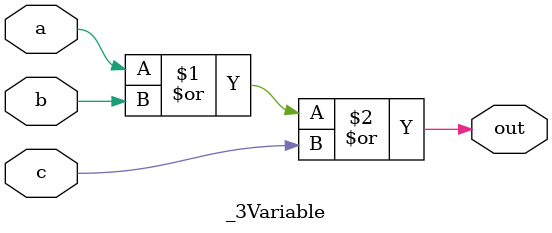
<source format=v>


module _3Variable
(
  input a,
  input b,
  input c,
  output out
);

  assign out = a | b | c;

endmodule


</source>
